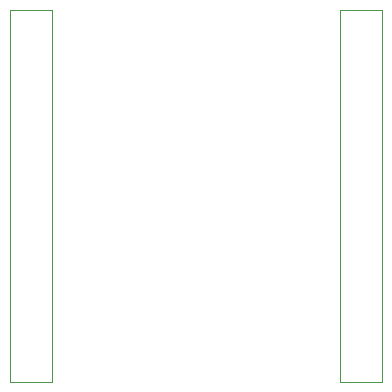
<source format=gbr>
%TF.GenerationSoftware,KiCad,Pcbnew,5.1.9-73d0e3b20d~88~ubuntu20.04.1*%
%TF.CreationDate,2021-04-17T15:00:08+02:00*%
%TF.ProjectId,e18sock,65313873-6f63-46b2-9e6b-696361645f70,rev?*%
%TF.SameCoordinates,Original*%
%TF.FileFunction,Other,User*%
%FSLAX46Y46*%
G04 Gerber Fmt 4.6, Leading zero omitted, Abs format (unit mm)*
G04 Created by KiCad (PCBNEW 5.1.9-73d0e3b20d~88~ubuntu20.04.1) date 2021-04-17 15:00:08*
%MOMM*%
%LPD*%
G01*
G04 APERTURE LIST*
%ADD10C,0.050000*%
G04 APERTURE END LIST*
D10*
%TO.C, *%
X142980000Y-65300000D02*
X142980000Y-33750000D01*
X142980000Y-33750000D02*
X146580000Y-33750000D01*
X146580000Y-33750000D02*
X146580000Y-65300000D01*
X146580000Y-65300000D02*
X142980000Y-65300000D01*
X115040000Y-65300000D02*
X115040000Y-33750000D01*
X115040000Y-33750000D02*
X118640000Y-33750000D01*
X118640000Y-33750000D02*
X118640000Y-65300000D01*
X118640000Y-65300000D02*
X115040000Y-65300000D01*
%TD*%
M02*

</source>
